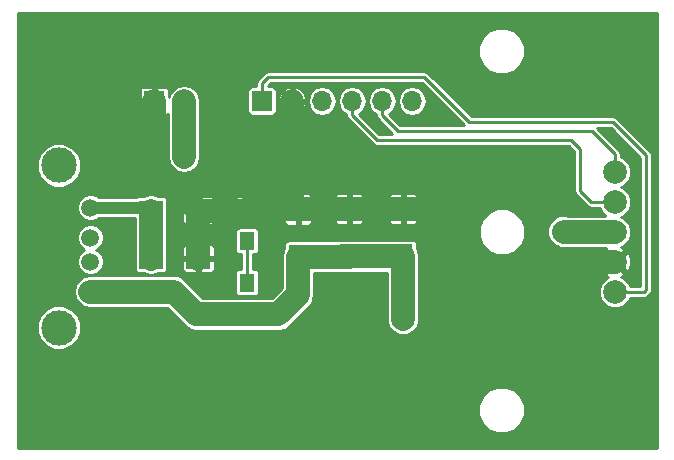
<source format=gtl>
G04 #@! TF.FileFunction,Copper,L1,Top,Signal*
%FSLAX46Y46*%
G04 Gerber Fmt 4.6, Leading zero omitted, Abs format (unit mm)*
G04 Created by KiCad (PCBNEW 4.0.6+dfsg1-1) date Wed May  9 14:27:07 2018*
%MOMM*%
%LPD*%
G01*
G04 APERTURE LIST*
%ADD10C,0.100000*%
%ADD11R,1.600000X2.000000*%
%ADD12R,1.300000X1.500000*%
%ADD13C,1.500000*%
%ADD14C,3.000000*%
%ADD15R,2.000000X1.700000*%
%ADD16C,1.400000*%
%ADD17R,1.700000X1.700000*%
%ADD18O,1.700000X1.700000*%
%ADD19C,2.000000*%
%ADD20C,2.000000*%
%ADD21C,0.250000*%
%ADD22C,1.000000*%
%ADD23C,0.254000*%
G04 APERTURE END LIST*
D10*
D11*
X148844000Y-107220000D03*
X148844000Y-111220000D03*
X153162000Y-107188000D03*
X153162000Y-111188000D03*
X157734000Y-107188000D03*
X157734000Y-111188000D03*
D12*
X144526000Y-109888000D03*
X144526000Y-107188000D03*
D13*
X131257500Y-114171000D03*
X131257500Y-111631000D03*
X131257500Y-109601000D03*
X131257500Y-107061000D03*
D14*
X128587500Y-117221000D03*
X128587500Y-103501000D03*
D15*
X140398000Y-107315000D03*
X136398000Y-107315000D03*
X140398000Y-111379000D03*
X136398000Y-111379000D03*
D12*
X144526000Y-113411000D03*
X144526000Y-116111000D03*
D16*
X136652000Y-102743000D03*
X139192000Y-102743000D03*
D17*
X136652000Y-98044000D03*
D18*
X139192000Y-98044000D03*
D17*
X145796000Y-98044000D03*
D18*
X148336000Y-98044000D03*
X150876000Y-98044000D03*
X153416000Y-98044000D03*
X155956000Y-98044000D03*
X158496000Y-98044000D03*
D19*
X175666400Y-114198400D03*
X175666400Y-111658400D03*
X175666400Y-109118400D03*
X175666400Y-106578400D03*
X175666400Y-104038400D03*
X157734000Y-116459000D03*
X138303000Y-114173000D03*
X139192000Y-100203000D03*
X139192000Y-100203000D03*
X171323000Y-109093000D03*
D20*
X157734000Y-107188000D02*
X153162000Y-107188000D01*
X160909000Y-107188000D02*
X157734000Y-107188000D01*
X160909000Y-110998000D02*
X160909000Y-107188000D01*
X163957000Y-114046000D02*
X160909000Y-110998000D01*
X168910000Y-114046000D02*
X163957000Y-114046000D01*
X171297600Y-111658400D02*
X168910000Y-114046000D01*
X175666400Y-111658400D02*
X171297600Y-111658400D01*
X148844000Y-107220000D02*
X153130000Y-107220000D01*
X153130000Y-107220000D02*
X153162000Y-107188000D01*
X148336000Y-98044000D02*
X148336000Y-106712000D01*
X148336000Y-106712000D02*
X148844000Y-107220000D01*
X144526000Y-107188000D02*
X148812000Y-107188000D01*
X148812000Y-107188000D02*
X148844000Y-107220000D01*
X140398000Y-107315000D02*
X144399000Y-107315000D01*
X144399000Y-107315000D02*
X144526000Y-107188000D01*
X140398000Y-107315000D02*
X136652000Y-103569000D01*
X136652000Y-103569000D02*
X136652000Y-102743000D01*
X136652000Y-98044000D02*
X136652000Y-102743000D01*
X140398000Y-107315000D02*
X140398000Y-111379000D01*
X157734000Y-111188000D02*
X157734000Y-116459000D01*
X153162000Y-111188000D02*
X157734000Y-111188000D01*
X148844000Y-111220000D02*
X153130000Y-111220000D01*
X153130000Y-111220000D02*
X153162000Y-111188000D01*
X144526000Y-116111000D02*
X147176000Y-116111000D01*
X147176000Y-116111000D02*
X148844000Y-114443000D01*
X148844000Y-114443000D02*
X148844000Y-114220000D01*
X148844000Y-114220000D02*
X148844000Y-111220000D01*
X144526000Y-116111000D02*
X140241000Y-116111000D01*
X140241000Y-116111000D02*
X138303000Y-114173000D01*
X131257500Y-114171000D02*
X138301000Y-114171000D01*
X138301000Y-114171000D02*
X138303000Y-114173000D01*
X139192000Y-102743000D02*
X139192000Y-100203000D01*
X139192000Y-98044000D02*
X139192000Y-100203000D01*
X175666400Y-109118400D02*
X171348400Y-109118400D01*
X171348400Y-109118400D02*
X171323000Y-109093000D01*
D21*
X144526000Y-109888000D02*
X144526000Y-113411000D01*
D22*
X131257500Y-107061000D02*
X136144000Y-107061000D01*
X136144000Y-107061000D02*
X136398000Y-107315000D01*
D20*
X136398000Y-107315000D02*
X136398000Y-111379000D01*
D21*
X178308000Y-114046000D02*
X178155600Y-114198400D01*
X178155600Y-114198400D02*
X175666400Y-114198400D01*
X178308000Y-102616000D02*
X178308000Y-114046000D01*
X175514000Y-99822000D02*
X178308000Y-102616000D01*
X163322000Y-99822000D02*
X175514000Y-99822000D01*
X159512000Y-96012000D02*
X163322000Y-99822000D01*
X146304000Y-96012000D02*
X159512000Y-96012000D01*
X145796000Y-96520000D02*
X146304000Y-96012000D01*
X145796000Y-98044000D02*
X145796000Y-96520000D01*
X153416000Y-98044000D02*
X153416000Y-99246081D01*
X171958000Y-101346000D02*
X172720000Y-102108000D01*
X153416000Y-99246081D02*
X155515919Y-101346000D01*
X155515919Y-101346000D02*
X171958000Y-101346000D01*
X172720000Y-102108000D02*
X172720000Y-105664000D01*
X172720000Y-105664000D02*
X173634400Y-106578400D01*
X173634400Y-106578400D02*
X175666400Y-106578400D01*
X155956000Y-98044000D02*
X155956000Y-99246081D01*
X155956000Y-99246081D02*
X157293919Y-100584000D01*
X157293919Y-100584000D02*
X173736000Y-100584000D01*
X173736000Y-100584000D02*
X175666400Y-102514400D01*
X175666400Y-102514400D02*
X175666400Y-104038400D01*
D23*
G36*
X179197000Y-127381000D02*
X125095000Y-127381000D01*
X125095000Y-124592316D01*
X164083857Y-124592316D01*
X164384811Y-125320680D01*
X164941589Y-125878431D01*
X165669426Y-126180655D01*
X166457516Y-126181343D01*
X167185880Y-125880389D01*
X167743631Y-125323611D01*
X168045855Y-124595774D01*
X168046543Y-123807684D01*
X167745589Y-123079320D01*
X167188811Y-122521569D01*
X166460974Y-122219345D01*
X165672884Y-122218657D01*
X164944520Y-122519611D01*
X164386769Y-123076389D01*
X164084545Y-123804226D01*
X164083857Y-124592316D01*
X125095000Y-124592316D01*
X125095000Y-117593513D01*
X126706174Y-117593513D01*
X126991936Y-118285109D01*
X127520608Y-118814704D01*
X128211704Y-119101673D01*
X128960013Y-119102326D01*
X129651609Y-118816564D01*
X130181204Y-118287892D01*
X130468173Y-117596796D01*
X130468826Y-116848487D01*
X130183064Y-116156891D01*
X129654392Y-115627296D01*
X128963296Y-115340327D01*
X128214987Y-115339674D01*
X127523391Y-115625436D01*
X126993796Y-116154108D01*
X126706827Y-116845204D01*
X126706174Y-117593513D01*
X125095000Y-117593513D01*
X125095000Y-114171000D01*
X129876500Y-114171000D01*
X129981622Y-114699486D01*
X130280986Y-115147514D01*
X130729014Y-115446878D01*
X131257500Y-115552000D01*
X137728972Y-115552000D01*
X139264486Y-117087515D01*
X139506860Y-117249464D01*
X139712514Y-117386878D01*
X140241000Y-117492000D01*
X147176000Y-117492000D01*
X147704486Y-117386878D01*
X148152514Y-117087514D01*
X149820514Y-115419515D01*
X150119878Y-114971486D01*
X150147002Y-114835122D01*
X150225000Y-114443000D01*
X150225000Y-112601000D01*
X153130000Y-112601000D01*
X153253351Y-112576464D01*
X153962000Y-112576464D01*
X154001667Y-112569000D01*
X156353000Y-112569000D01*
X156353000Y-116458940D01*
X156352761Y-116732493D01*
X156562563Y-117240251D01*
X156950705Y-117629072D01*
X157205513Y-117734877D01*
X157205514Y-117734878D01*
X157205516Y-117734878D01*
X157458097Y-117839759D01*
X158007493Y-117840239D01*
X158262485Y-117734878D01*
X158262486Y-117734878D01*
X158262487Y-117734877D01*
X158515251Y-117630437D01*
X158904072Y-117242295D01*
X159114759Y-116734903D01*
X159115239Y-116185507D01*
X159115000Y-116184929D01*
X159115000Y-111454526D01*
X174273183Y-111454526D01*
X174301216Y-112003206D01*
X174457254Y-112379915D01*
X174652658Y-112492537D01*
X175486795Y-111658400D01*
X175846005Y-111658400D01*
X176680142Y-112492537D01*
X176875546Y-112379915D01*
X177059617Y-111862274D01*
X177031584Y-111313594D01*
X176875546Y-110936885D01*
X176680142Y-110824263D01*
X175846005Y-111658400D01*
X175486795Y-111658400D01*
X174652658Y-110824263D01*
X174457254Y-110936885D01*
X174273183Y-111454526D01*
X159115000Y-111454526D01*
X159115000Y-111188000D01*
X159009878Y-110659514D01*
X158922464Y-110528690D01*
X158922464Y-110188000D01*
X158895897Y-110046810D01*
X158812454Y-109917135D01*
X158685134Y-109830141D01*
X158534000Y-109799536D01*
X156934000Y-109799536D01*
X156894333Y-109807000D01*
X153998859Y-109807000D01*
X153962000Y-109799536D01*
X152362000Y-109799536D01*
X152220810Y-109826103D01*
X152200767Y-109839000D01*
X149680859Y-109839000D01*
X149644000Y-109831536D01*
X148044000Y-109831536D01*
X147902810Y-109858103D01*
X147773135Y-109941546D01*
X147686141Y-110068866D01*
X147655536Y-110220000D01*
X147655536Y-110560690D01*
X147568122Y-110691514D01*
X147463000Y-111220000D01*
X147463000Y-113870971D01*
X146603972Y-114730000D01*
X140813029Y-114730000D01*
X139280080Y-113197052D01*
X139086295Y-113002928D01*
X138834111Y-112898212D01*
X138829486Y-112895122D01*
X138824078Y-112894046D01*
X138578903Y-112792241D01*
X138311090Y-112792007D01*
X138301000Y-112790000D01*
X131257500Y-112790000D01*
X130729014Y-112895122D01*
X130280986Y-113194486D01*
X129981622Y-113642514D01*
X129876500Y-114171000D01*
X125095000Y-114171000D01*
X125095000Y-109824983D01*
X130126304Y-109824983D01*
X130298125Y-110240823D01*
X130616003Y-110559256D01*
X130752479Y-110615926D01*
X130617677Y-110671625D01*
X130299244Y-110989503D01*
X130126696Y-111405043D01*
X130126304Y-111854983D01*
X130298125Y-112270823D01*
X130616003Y-112589256D01*
X131031543Y-112761804D01*
X131481483Y-112762196D01*
X131897323Y-112590375D01*
X132215756Y-112272497D01*
X132388304Y-111856957D01*
X132388696Y-111407017D01*
X132216875Y-110991177D01*
X131898997Y-110672744D01*
X131762521Y-110616074D01*
X131897323Y-110560375D01*
X132215756Y-110242497D01*
X132388304Y-109826957D01*
X132388696Y-109377017D01*
X132216875Y-108961177D01*
X131898997Y-108642744D01*
X131483457Y-108470196D01*
X131033517Y-108469804D01*
X130617677Y-108641625D01*
X130299244Y-108959503D01*
X130126696Y-109375043D01*
X130126304Y-109824983D01*
X125095000Y-109824983D01*
X125095000Y-107284983D01*
X130126304Y-107284983D01*
X130298125Y-107700823D01*
X130616003Y-108019256D01*
X131031543Y-108191804D01*
X131481483Y-108192196D01*
X131897323Y-108020375D01*
X131975835Y-107942000D01*
X135009536Y-107942000D01*
X135009536Y-108165000D01*
X135017000Y-108204667D01*
X135017000Y-110492141D01*
X135009536Y-110529000D01*
X135009536Y-112229000D01*
X135036103Y-112370190D01*
X135119546Y-112499865D01*
X135246866Y-112586859D01*
X135398000Y-112617464D01*
X135813520Y-112617464D01*
X135869514Y-112654878D01*
X136398000Y-112760000D01*
X136926486Y-112654878D01*
X136982480Y-112617464D01*
X137398000Y-112617464D01*
X137539190Y-112590897D01*
X137668865Y-112507454D01*
X137755859Y-112380134D01*
X137786464Y-112229000D01*
X137786464Y-111601250D01*
X139017000Y-111601250D01*
X139017000Y-112304785D01*
X139075004Y-112444819D01*
X139182180Y-112551996D01*
X139322214Y-112610000D01*
X140175750Y-112610000D01*
X140271000Y-112514750D01*
X140271000Y-111506000D01*
X140525000Y-111506000D01*
X140525000Y-112514750D01*
X140620250Y-112610000D01*
X141473786Y-112610000D01*
X141613820Y-112551996D01*
X141720996Y-112444819D01*
X141779000Y-112304785D01*
X141779000Y-111601250D01*
X141683750Y-111506000D01*
X140525000Y-111506000D01*
X140271000Y-111506000D01*
X139112250Y-111506000D01*
X139017000Y-111601250D01*
X137786464Y-111601250D01*
X137786464Y-110529000D01*
X137779000Y-110489333D01*
X137779000Y-110453215D01*
X139017000Y-110453215D01*
X139017000Y-111156750D01*
X139112250Y-111252000D01*
X140271000Y-111252000D01*
X140271000Y-110243250D01*
X140525000Y-110243250D01*
X140525000Y-111252000D01*
X141683750Y-111252000D01*
X141779000Y-111156750D01*
X141779000Y-110453215D01*
X141720996Y-110313181D01*
X141613820Y-110206004D01*
X141473786Y-110148000D01*
X140620250Y-110148000D01*
X140525000Y-110243250D01*
X140271000Y-110243250D01*
X140175750Y-110148000D01*
X139322214Y-110148000D01*
X139182180Y-110206004D01*
X139075004Y-110313181D01*
X139017000Y-110453215D01*
X137779000Y-110453215D01*
X137779000Y-109138000D01*
X143487536Y-109138000D01*
X143487536Y-110638000D01*
X143514103Y-110779190D01*
X143597546Y-110908865D01*
X143724866Y-110995859D01*
X143876000Y-111026464D01*
X144020000Y-111026464D01*
X144020000Y-112272536D01*
X143876000Y-112272536D01*
X143734810Y-112299103D01*
X143605135Y-112382546D01*
X143518141Y-112509866D01*
X143487536Y-112661000D01*
X143487536Y-114161000D01*
X143514103Y-114302190D01*
X143597546Y-114431865D01*
X143724866Y-114518859D01*
X143876000Y-114549464D01*
X145176000Y-114549464D01*
X145317190Y-114522897D01*
X145446865Y-114439454D01*
X145533859Y-114312134D01*
X145564464Y-114161000D01*
X145564464Y-112661000D01*
X145537897Y-112519810D01*
X145454454Y-112390135D01*
X145327134Y-112303141D01*
X145176000Y-112272536D01*
X145032000Y-112272536D01*
X145032000Y-111026464D01*
X145176000Y-111026464D01*
X145317190Y-110999897D01*
X145446865Y-110916454D01*
X145533859Y-110789134D01*
X145564464Y-110638000D01*
X145564464Y-109510716D01*
X164134657Y-109510716D01*
X164435611Y-110239080D01*
X164992389Y-110796831D01*
X165720226Y-111099055D01*
X166508316Y-111099743D01*
X167236680Y-110798789D01*
X167794431Y-110242011D01*
X168096655Y-109514174D01*
X168097343Y-108726084D01*
X167796389Y-107997720D01*
X167239611Y-107439969D01*
X166511774Y-107137745D01*
X165723684Y-107137057D01*
X164995320Y-107438011D01*
X164437569Y-107994789D01*
X164135345Y-108722626D01*
X164134657Y-109510716D01*
X145564464Y-109510716D01*
X145564464Y-109138000D01*
X145537897Y-108996810D01*
X145454454Y-108867135D01*
X145327134Y-108780141D01*
X145176000Y-108749536D01*
X143876000Y-108749536D01*
X143734810Y-108776103D01*
X143605135Y-108859546D01*
X143518141Y-108986866D01*
X143487536Y-109138000D01*
X137779000Y-109138000D01*
X137779000Y-108201859D01*
X137786464Y-108165000D01*
X137786464Y-107537250D01*
X139017000Y-107537250D01*
X139017000Y-108240785D01*
X139075004Y-108380819D01*
X139182180Y-108487996D01*
X139322214Y-108546000D01*
X140175750Y-108546000D01*
X140271000Y-108450750D01*
X140271000Y-107442000D01*
X140525000Y-107442000D01*
X140525000Y-108450750D01*
X140620250Y-108546000D01*
X141473786Y-108546000D01*
X141613820Y-108487996D01*
X141720996Y-108380819D01*
X141779000Y-108240785D01*
X141779000Y-107537250D01*
X141683750Y-107442000D01*
X140525000Y-107442000D01*
X140271000Y-107442000D01*
X139112250Y-107442000D01*
X139017000Y-107537250D01*
X137786464Y-107537250D01*
X137786464Y-107410250D01*
X143495000Y-107410250D01*
X143495000Y-108013786D01*
X143553004Y-108153820D01*
X143660181Y-108260996D01*
X143800215Y-108319000D01*
X144303750Y-108319000D01*
X144399000Y-108223750D01*
X144399000Y-107315000D01*
X144653000Y-107315000D01*
X144653000Y-108223750D01*
X144748250Y-108319000D01*
X145251785Y-108319000D01*
X145391819Y-108260996D01*
X145498996Y-108153820D01*
X145557000Y-108013786D01*
X145557000Y-107442250D01*
X147663000Y-107442250D01*
X147663000Y-108295786D01*
X147721004Y-108435820D01*
X147828181Y-108542996D01*
X147968215Y-108601000D01*
X148621750Y-108601000D01*
X148717000Y-108505750D01*
X148717000Y-107347000D01*
X148971000Y-107347000D01*
X148971000Y-108505750D01*
X149066250Y-108601000D01*
X149719785Y-108601000D01*
X149859819Y-108542996D01*
X149966996Y-108435820D01*
X150025000Y-108295786D01*
X150025000Y-107442250D01*
X149993000Y-107410250D01*
X151981000Y-107410250D01*
X151981000Y-108263786D01*
X152039004Y-108403820D01*
X152146181Y-108510996D01*
X152286215Y-108569000D01*
X152939750Y-108569000D01*
X153035000Y-108473750D01*
X153035000Y-107315000D01*
X153289000Y-107315000D01*
X153289000Y-108473750D01*
X153384250Y-108569000D01*
X154037785Y-108569000D01*
X154177819Y-108510996D01*
X154284996Y-108403820D01*
X154343000Y-108263786D01*
X154343000Y-107410250D01*
X156553000Y-107410250D01*
X156553000Y-108263786D01*
X156611004Y-108403820D01*
X156718181Y-108510996D01*
X156858215Y-108569000D01*
X157511750Y-108569000D01*
X157607000Y-108473750D01*
X157607000Y-107315000D01*
X157861000Y-107315000D01*
X157861000Y-108473750D01*
X157956250Y-108569000D01*
X158609785Y-108569000D01*
X158749819Y-108510996D01*
X158856996Y-108403820D01*
X158915000Y-108263786D01*
X158915000Y-107410250D01*
X158819750Y-107315000D01*
X157861000Y-107315000D01*
X157607000Y-107315000D01*
X156648250Y-107315000D01*
X156553000Y-107410250D01*
X154343000Y-107410250D01*
X154247750Y-107315000D01*
X153289000Y-107315000D01*
X153035000Y-107315000D01*
X152076250Y-107315000D01*
X151981000Y-107410250D01*
X149993000Y-107410250D01*
X149929750Y-107347000D01*
X148971000Y-107347000D01*
X148717000Y-107347000D01*
X147758250Y-107347000D01*
X147663000Y-107442250D01*
X145557000Y-107442250D01*
X145557000Y-107410250D01*
X145461750Y-107315000D01*
X144653000Y-107315000D01*
X144399000Y-107315000D01*
X143590250Y-107315000D01*
X143495000Y-107410250D01*
X137786464Y-107410250D01*
X137786464Y-106465000D01*
X137772204Y-106389215D01*
X139017000Y-106389215D01*
X139017000Y-107092750D01*
X139112250Y-107188000D01*
X140271000Y-107188000D01*
X140271000Y-106179250D01*
X140525000Y-106179250D01*
X140525000Y-107188000D01*
X141683750Y-107188000D01*
X141779000Y-107092750D01*
X141779000Y-106389215D01*
X141767816Y-106362214D01*
X143495000Y-106362214D01*
X143495000Y-106965750D01*
X143590250Y-107061000D01*
X144399000Y-107061000D01*
X144399000Y-106152250D01*
X144653000Y-106152250D01*
X144653000Y-107061000D01*
X145461750Y-107061000D01*
X145557000Y-106965750D01*
X145557000Y-106362214D01*
X145498996Y-106222180D01*
X145421030Y-106144214D01*
X147663000Y-106144214D01*
X147663000Y-106997750D01*
X147758250Y-107093000D01*
X148717000Y-107093000D01*
X148717000Y-105934250D01*
X148971000Y-105934250D01*
X148971000Y-107093000D01*
X149929750Y-107093000D01*
X150025000Y-106997750D01*
X150025000Y-106144214D01*
X150011746Y-106112214D01*
X151981000Y-106112214D01*
X151981000Y-106965750D01*
X152076250Y-107061000D01*
X153035000Y-107061000D01*
X153035000Y-105902250D01*
X153289000Y-105902250D01*
X153289000Y-107061000D01*
X154247750Y-107061000D01*
X154343000Y-106965750D01*
X154343000Y-106112214D01*
X156553000Y-106112214D01*
X156553000Y-106965750D01*
X156648250Y-107061000D01*
X157607000Y-107061000D01*
X157607000Y-105902250D01*
X157861000Y-105902250D01*
X157861000Y-107061000D01*
X158819750Y-107061000D01*
X158915000Y-106965750D01*
X158915000Y-106112214D01*
X158856996Y-105972180D01*
X158749819Y-105865004D01*
X158609785Y-105807000D01*
X157956250Y-105807000D01*
X157861000Y-105902250D01*
X157607000Y-105902250D01*
X157511750Y-105807000D01*
X156858215Y-105807000D01*
X156718181Y-105865004D01*
X156611004Y-105972180D01*
X156553000Y-106112214D01*
X154343000Y-106112214D01*
X154284996Y-105972180D01*
X154177819Y-105865004D01*
X154037785Y-105807000D01*
X153384250Y-105807000D01*
X153289000Y-105902250D01*
X153035000Y-105902250D01*
X152939750Y-105807000D01*
X152286215Y-105807000D01*
X152146181Y-105865004D01*
X152039004Y-105972180D01*
X151981000Y-106112214D01*
X150011746Y-106112214D01*
X149966996Y-106004180D01*
X149859819Y-105897004D01*
X149719785Y-105839000D01*
X149066250Y-105839000D01*
X148971000Y-105934250D01*
X148717000Y-105934250D01*
X148621750Y-105839000D01*
X147968215Y-105839000D01*
X147828181Y-105897004D01*
X147721004Y-106004180D01*
X147663000Y-106144214D01*
X145421030Y-106144214D01*
X145391819Y-106115004D01*
X145251785Y-106057000D01*
X144748250Y-106057000D01*
X144653000Y-106152250D01*
X144399000Y-106152250D01*
X144303750Y-106057000D01*
X143800215Y-106057000D01*
X143660181Y-106115004D01*
X143553004Y-106222180D01*
X143495000Y-106362214D01*
X141767816Y-106362214D01*
X141720996Y-106249181D01*
X141613820Y-106142004D01*
X141473786Y-106084000D01*
X140620250Y-106084000D01*
X140525000Y-106179250D01*
X140271000Y-106179250D01*
X140175750Y-106084000D01*
X139322214Y-106084000D01*
X139182180Y-106142004D01*
X139075004Y-106249181D01*
X139017000Y-106389215D01*
X137772204Y-106389215D01*
X137759897Y-106323810D01*
X137676454Y-106194135D01*
X137549134Y-106107141D01*
X137398000Y-106076536D01*
X136982480Y-106076536D01*
X136926486Y-106039122D01*
X136398000Y-105934000D01*
X135869514Y-106039122D01*
X135813520Y-106076536D01*
X135398000Y-106076536D01*
X135256810Y-106103103D01*
X135137308Y-106180000D01*
X131976118Y-106180000D01*
X131898997Y-106102744D01*
X131483457Y-105930196D01*
X131033517Y-105929804D01*
X130617677Y-106101625D01*
X130299244Y-106419503D01*
X130126696Y-106835043D01*
X130126304Y-107284983D01*
X125095000Y-107284983D01*
X125095000Y-103873513D01*
X126706174Y-103873513D01*
X126991936Y-104565109D01*
X127520608Y-105094704D01*
X128211704Y-105381673D01*
X128960013Y-105382326D01*
X129651609Y-105096564D01*
X130181204Y-104567892D01*
X130468173Y-103876796D01*
X130468467Y-103539122D01*
X136035483Y-103539122D01*
X136111216Y-103703391D01*
X136519907Y-103837235D01*
X136948707Y-103804491D01*
X137192784Y-103703391D01*
X137268517Y-103539122D01*
X136652000Y-102922605D01*
X136035483Y-103539122D01*
X130468467Y-103539122D01*
X130468826Y-103128487D01*
X130254967Y-102610907D01*
X135557765Y-102610907D01*
X135590509Y-103039707D01*
X135691609Y-103283784D01*
X135855878Y-103359517D01*
X136472395Y-102743000D01*
X136831605Y-102743000D01*
X137448122Y-103359517D01*
X137612391Y-103283784D01*
X137746235Y-102875093D01*
X137713491Y-102446293D01*
X137612391Y-102202216D01*
X137448122Y-102126483D01*
X136831605Y-102743000D01*
X136472395Y-102743000D01*
X135855878Y-102126483D01*
X135691609Y-102202216D01*
X135557765Y-102610907D01*
X130254967Y-102610907D01*
X130183064Y-102436891D01*
X129693906Y-101946878D01*
X136035483Y-101946878D01*
X136652000Y-102563395D01*
X137268517Y-101946878D01*
X137192784Y-101782609D01*
X136784093Y-101648765D01*
X136355293Y-101681509D01*
X136111216Y-101782609D01*
X136035483Y-101946878D01*
X129693906Y-101946878D01*
X129654392Y-101907296D01*
X128963296Y-101620327D01*
X128214987Y-101619674D01*
X127523391Y-101905436D01*
X126993796Y-102434108D01*
X126706827Y-103125204D01*
X126706174Y-103873513D01*
X125095000Y-103873513D01*
X125095000Y-98266250D01*
X135421000Y-98266250D01*
X135421000Y-98969786D01*
X135479004Y-99109820D01*
X135586181Y-99216996D01*
X135726215Y-99275000D01*
X136429750Y-99275000D01*
X136525000Y-99179750D01*
X136525000Y-98171000D01*
X135516250Y-98171000D01*
X135421000Y-98266250D01*
X125095000Y-98266250D01*
X125095000Y-97118214D01*
X135421000Y-97118214D01*
X135421000Y-97821750D01*
X135516250Y-97917000D01*
X136525000Y-97917000D01*
X136525000Y-96908250D01*
X136779000Y-96908250D01*
X136779000Y-97917000D01*
X136799000Y-97917000D01*
X136799000Y-98171000D01*
X136779000Y-98171000D01*
X136779000Y-99179750D01*
X136874250Y-99275000D01*
X137577785Y-99275000D01*
X137717819Y-99216996D01*
X137811000Y-99123816D01*
X137811000Y-100202940D01*
X137810761Y-100476493D01*
X137811000Y-100477071D01*
X137811000Y-102743000D01*
X137916122Y-103271486D01*
X138215486Y-103719514D01*
X138663514Y-104018878D01*
X139192000Y-104124000D01*
X139720486Y-104018878D01*
X140168514Y-103719514D01*
X140467878Y-103271486D01*
X140573000Y-102743000D01*
X140573000Y-100203000D01*
X140573239Y-99929507D01*
X140573000Y-99928929D01*
X140573000Y-98044000D01*
X140467878Y-97515514D01*
X140253049Y-97194000D01*
X144557536Y-97194000D01*
X144557536Y-98894000D01*
X144584103Y-99035190D01*
X144667546Y-99164865D01*
X144794866Y-99251859D01*
X144946000Y-99282464D01*
X146646000Y-99282464D01*
X146787190Y-99255897D01*
X146916865Y-99172454D01*
X147003859Y-99045134D01*
X147034464Y-98894000D01*
X147034464Y-98360982D01*
X147146499Y-98360982D01*
X147358348Y-98792056D01*
X147719036Y-99109245D01*
X148019020Y-99233489D01*
X148209000Y-99172627D01*
X148209000Y-98171000D01*
X148463000Y-98171000D01*
X148463000Y-99172627D01*
X148652980Y-99233489D01*
X148952964Y-99109245D01*
X149313652Y-98792056D01*
X149525501Y-98360982D01*
X149465193Y-98171000D01*
X148463000Y-98171000D01*
X148209000Y-98171000D01*
X147206807Y-98171000D01*
X147146499Y-98360982D01*
X147034464Y-98360982D01*
X147034464Y-98019883D01*
X149645000Y-98019883D01*
X149645000Y-98068117D01*
X149738704Y-98539200D01*
X150005552Y-98938565D01*
X150404917Y-99205413D01*
X150876000Y-99299117D01*
X151347083Y-99205413D01*
X151746448Y-98938565D01*
X152013296Y-98539200D01*
X152107000Y-98068117D01*
X152107000Y-98019883D01*
X152013296Y-97548800D01*
X151746448Y-97149435D01*
X151347083Y-96882587D01*
X150876000Y-96788883D01*
X150404917Y-96882587D01*
X150005552Y-97149435D01*
X149738704Y-97548800D01*
X149645000Y-98019883D01*
X147034464Y-98019883D01*
X147034464Y-97727018D01*
X147146499Y-97727018D01*
X147206807Y-97917000D01*
X148209000Y-97917000D01*
X148209000Y-96915373D01*
X148463000Y-96915373D01*
X148463000Y-97917000D01*
X149465193Y-97917000D01*
X149525501Y-97727018D01*
X149313652Y-97295944D01*
X148952964Y-96978755D01*
X148652980Y-96854511D01*
X148463000Y-96915373D01*
X148209000Y-96915373D01*
X148019020Y-96854511D01*
X147719036Y-96978755D01*
X147358348Y-97295944D01*
X147146499Y-97727018D01*
X147034464Y-97727018D01*
X147034464Y-97194000D01*
X147007897Y-97052810D01*
X146924454Y-96923135D01*
X146797134Y-96836141D01*
X146646000Y-96805536D01*
X146302000Y-96805536D01*
X146302000Y-96729592D01*
X146513592Y-96518000D01*
X159302408Y-96518000D01*
X162862408Y-100078000D01*
X157503511Y-100078000D01*
X156549277Y-99123766D01*
X156826448Y-98938565D01*
X157093296Y-98539200D01*
X157187000Y-98068117D01*
X157187000Y-98019883D01*
X157265000Y-98019883D01*
X157265000Y-98068117D01*
X157358704Y-98539200D01*
X157625552Y-98938565D01*
X158024917Y-99205413D01*
X158496000Y-99299117D01*
X158967083Y-99205413D01*
X159366448Y-98938565D01*
X159633296Y-98539200D01*
X159727000Y-98068117D01*
X159727000Y-98019883D01*
X159633296Y-97548800D01*
X159366448Y-97149435D01*
X158967083Y-96882587D01*
X158496000Y-96788883D01*
X158024917Y-96882587D01*
X157625552Y-97149435D01*
X157358704Y-97548800D01*
X157265000Y-98019883D01*
X157187000Y-98019883D01*
X157093296Y-97548800D01*
X156826448Y-97149435D01*
X156427083Y-96882587D01*
X155956000Y-96788883D01*
X155484917Y-96882587D01*
X155085552Y-97149435D01*
X154818704Y-97548800D01*
X154725000Y-98019883D01*
X154725000Y-98068117D01*
X154818704Y-98539200D01*
X155085552Y-98938565D01*
X155450000Y-99182082D01*
X155450000Y-99246081D01*
X155488517Y-99439719D01*
X155598204Y-99603877D01*
X156834327Y-100840000D01*
X155725511Y-100840000D01*
X154009277Y-99123766D01*
X154286448Y-98938565D01*
X154553296Y-98539200D01*
X154647000Y-98068117D01*
X154647000Y-98019883D01*
X154553296Y-97548800D01*
X154286448Y-97149435D01*
X153887083Y-96882587D01*
X153416000Y-96788883D01*
X152944917Y-96882587D01*
X152545552Y-97149435D01*
X152278704Y-97548800D01*
X152185000Y-98019883D01*
X152185000Y-98068117D01*
X152278704Y-98539200D01*
X152545552Y-98938565D01*
X152910000Y-99182082D01*
X152910000Y-99246081D01*
X152948517Y-99439719D01*
X153058204Y-99603877D01*
X155158123Y-101703796D01*
X155322281Y-101813483D01*
X155515919Y-101852000D01*
X171748408Y-101852000D01*
X172214000Y-102317592D01*
X172214000Y-105664000D01*
X172252517Y-105857638D01*
X172362204Y-106021796D01*
X173276604Y-106936196D01*
X173440762Y-107045883D01*
X173634400Y-107084400D01*
X174381231Y-107084400D01*
X174494963Y-107359651D01*
X174872052Y-107737400D01*
X171659493Y-107737400D01*
X171598903Y-107712241D01*
X171049507Y-107711761D01*
X170794515Y-107817122D01*
X170794514Y-107817122D01*
X170794513Y-107817123D01*
X170541749Y-107921563D01*
X170152928Y-108309705D01*
X169942241Y-108817097D01*
X169941761Y-109366493D01*
X170151563Y-109874251D01*
X170539705Y-110263072D01*
X170761193Y-110355041D01*
X170819914Y-110394278D01*
X170888577Y-110407936D01*
X171047097Y-110473759D01*
X171220254Y-110473910D01*
X171348400Y-110499400D01*
X174915983Y-110499400D01*
X174832263Y-110644658D01*
X175666400Y-111478795D01*
X176500537Y-110644658D01*
X176387915Y-110449254D01*
X176212659Y-110386934D01*
X176447651Y-110289837D01*
X176836472Y-109901695D01*
X177047159Y-109394303D01*
X177047639Y-108844907D01*
X176837837Y-108337149D01*
X176449695Y-107948328D01*
X176209076Y-107848415D01*
X176447651Y-107749837D01*
X176836472Y-107361695D01*
X177047159Y-106854303D01*
X177047639Y-106304907D01*
X176837837Y-105797149D01*
X176449695Y-105408328D01*
X176209076Y-105308415D01*
X176447651Y-105209837D01*
X176836472Y-104821695D01*
X177047159Y-104314303D01*
X177047639Y-103764907D01*
X176837837Y-103257149D01*
X176449695Y-102868328D01*
X176172400Y-102753185D01*
X176172400Y-102514400D01*
X176133883Y-102320762D01*
X176024196Y-102156604D01*
X174195592Y-100328000D01*
X175304408Y-100328000D01*
X177802000Y-102825592D01*
X177802000Y-113692400D01*
X176951569Y-113692400D01*
X176837837Y-113417149D01*
X176449695Y-113028328D01*
X176225001Y-112935027D01*
X176387915Y-112867546D01*
X176500537Y-112672142D01*
X175666400Y-111838005D01*
X174832263Y-112672142D01*
X174944885Y-112867546D01*
X175120141Y-112929866D01*
X174885149Y-113026963D01*
X174496328Y-113415105D01*
X174285641Y-113922497D01*
X174285161Y-114471893D01*
X174494963Y-114979651D01*
X174883105Y-115368472D01*
X175390497Y-115579159D01*
X175939893Y-115579639D01*
X176447651Y-115369837D01*
X176836472Y-114981695D01*
X176951615Y-114704400D01*
X178155600Y-114704400D01*
X178349238Y-114665883D01*
X178513396Y-114556196D01*
X178665796Y-114403796D01*
X178775483Y-114239638D01*
X178814000Y-114046000D01*
X178814000Y-102616000D01*
X178775483Y-102422362D01*
X178665796Y-102258204D01*
X175871796Y-99464204D01*
X175707638Y-99354517D01*
X175514000Y-99316000D01*
X163531592Y-99316000D01*
X159869796Y-95654204D01*
X159705638Y-95544517D01*
X159512000Y-95506000D01*
X146304000Y-95506000D01*
X146110362Y-95544517D01*
X145946204Y-95654204D01*
X145438204Y-96162204D01*
X145328517Y-96326362D01*
X145290000Y-96520000D01*
X145290000Y-96805536D01*
X144946000Y-96805536D01*
X144804810Y-96832103D01*
X144675135Y-96915546D01*
X144588141Y-97042866D01*
X144557536Y-97194000D01*
X140253049Y-97194000D01*
X140168514Y-97067486D01*
X139720486Y-96768122D01*
X139192000Y-96663000D01*
X138663514Y-96768122D01*
X138215486Y-97067486D01*
X137916122Y-97515514D01*
X137883000Y-97682030D01*
X137883000Y-97118214D01*
X137824996Y-96978180D01*
X137717819Y-96871004D01*
X137577785Y-96813000D01*
X136874250Y-96813000D01*
X136779000Y-96908250D01*
X136525000Y-96908250D01*
X136429750Y-96813000D01*
X135726215Y-96813000D01*
X135586181Y-96871004D01*
X135479004Y-96978180D01*
X135421000Y-97118214D01*
X125095000Y-97118214D01*
X125095000Y-94192316D01*
X164083857Y-94192316D01*
X164384811Y-94920680D01*
X164941589Y-95478431D01*
X165669426Y-95780655D01*
X166457516Y-95781343D01*
X167185880Y-95480389D01*
X167743631Y-94923611D01*
X168045855Y-94195774D01*
X168046543Y-93407684D01*
X167745589Y-92679320D01*
X167188811Y-92121569D01*
X166460974Y-91819345D01*
X165672884Y-91818657D01*
X164944520Y-92119611D01*
X164386769Y-92676389D01*
X164084545Y-93404226D01*
X164083857Y-94192316D01*
X125095000Y-94192316D01*
X125095000Y-90551000D01*
X179197000Y-90551000D01*
X179197000Y-127381000D01*
X179197000Y-127381000D01*
G37*
X179197000Y-127381000D02*
X125095000Y-127381000D01*
X125095000Y-124592316D01*
X164083857Y-124592316D01*
X164384811Y-125320680D01*
X164941589Y-125878431D01*
X165669426Y-126180655D01*
X166457516Y-126181343D01*
X167185880Y-125880389D01*
X167743631Y-125323611D01*
X168045855Y-124595774D01*
X168046543Y-123807684D01*
X167745589Y-123079320D01*
X167188811Y-122521569D01*
X166460974Y-122219345D01*
X165672884Y-122218657D01*
X164944520Y-122519611D01*
X164386769Y-123076389D01*
X164084545Y-123804226D01*
X164083857Y-124592316D01*
X125095000Y-124592316D01*
X125095000Y-117593513D01*
X126706174Y-117593513D01*
X126991936Y-118285109D01*
X127520608Y-118814704D01*
X128211704Y-119101673D01*
X128960013Y-119102326D01*
X129651609Y-118816564D01*
X130181204Y-118287892D01*
X130468173Y-117596796D01*
X130468826Y-116848487D01*
X130183064Y-116156891D01*
X129654392Y-115627296D01*
X128963296Y-115340327D01*
X128214987Y-115339674D01*
X127523391Y-115625436D01*
X126993796Y-116154108D01*
X126706827Y-116845204D01*
X126706174Y-117593513D01*
X125095000Y-117593513D01*
X125095000Y-114171000D01*
X129876500Y-114171000D01*
X129981622Y-114699486D01*
X130280986Y-115147514D01*
X130729014Y-115446878D01*
X131257500Y-115552000D01*
X137728972Y-115552000D01*
X139264486Y-117087515D01*
X139506860Y-117249464D01*
X139712514Y-117386878D01*
X140241000Y-117492000D01*
X147176000Y-117492000D01*
X147704486Y-117386878D01*
X148152514Y-117087514D01*
X149820514Y-115419515D01*
X150119878Y-114971486D01*
X150147002Y-114835122D01*
X150225000Y-114443000D01*
X150225000Y-112601000D01*
X153130000Y-112601000D01*
X153253351Y-112576464D01*
X153962000Y-112576464D01*
X154001667Y-112569000D01*
X156353000Y-112569000D01*
X156353000Y-116458940D01*
X156352761Y-116732493D01*
X156562563Y-117240251D01*
X156950705Y-117629072D01*
X157205513Y-117734877D01*
X157205514Y-117734878D01*
X157205516Y-117734878D01*
X157458097Y-117839759D01*
X158007493Y-117840239D01*
X158262485Y-117734878D01*
X158262486Y-117734878D01*
X158262487Y-117734877D01*
X158515251Y-117630437D01*
X158904072Y-117242295D01*
X159114759Y-116734903D01*
X159115239Y-116185507D01*
X159115000Y-116184929D01*
X159115000Y-111454526D01*
X174273183Y-111454526D01*
X174301216Y-112003206D01*
X174457254Y-112379915D01*
X174652658Y-112492537D01*
X175486795Y-111658400D01*
X175846005Y-111658400D01*
X176680142Y-112492537D01*
X176875546Y-112379915D01*
X177059617Y-111862274D01*
X177031584Y-111313594D01*
X176875546Y-110936885D01*
X176680142Y-110824263D01*
X175846005Y-111658400D01*
X175486795Y-111658400D01*
X174652658Y-110824263D01*
X174457254Y-110936885D01*
X174273183Y-111454526D01*
X159115000Y-111454526D01*
X159115000Y-111188000D01*
X159009878Y-110659514D01*
X158922464Y-110528690D01*
X158922464Y-110188000D01*
X158895897Y-110046810D01*
X158812454Y-109917135D01*
X158685134Y-109830141D01*
X158534000Y-109799536D01*
X156934000Y-109799536D01*
X156894333Y-109807000D01*
X153998859Y-109807000D01*
X153962000Y-109799536D01*
X152362000Y-109799536D01*
X152220810Y-109826103D01*
X152200767Y-109839000D01*
X149680859Y-109839000D01*
X149644000Y-109831536D01*
X148044000Y-109831536D01*
X147902810Y-109858103D01*
X147773135Y-109941546D01*
X147686141Y-110068866D01*
X147655536Y-110220000D01*
X147655536Y-110560690D01*
X147568122Y-110691514D01*
X147463000Y-111220000D01*
X147463000Y-113870971D01*
X146603972Y-114730000D01*
X140813029Y-114730000D01*
X139280080Y-113197052D01*
X139086295Y-113002928D01*
X138834111Y-112898212D01*
X138829486Y-112895122D01*
X138824078Y-112894046D01*
X138578903Y-112792241D01*
X138311090Y-112792007D01*
X138301000Y-112790000D01*
X131257500Y-112790000D01*
X130729014Y-112895122D01*
X130280986Y-113194486D01*
X129981622Y-113642514D01*
X129876500Y-114171000D01*
X125095000Y-114171000D01*
X125095000Y-109824983D01*
X130126304Y-109824983D01*
X130298125Y-110240823D01*
X130616003Y-110559256D01*
X130752479Y-110615926D01*
X130617677Y-110671625D01*
X130299244Y-110989503D01*
X130126696Y-111405043D01*
X130126304Y-111854983D01*
X130298125Y-112270823D01*
X130616003Y-112589256D01*
X131031543Y-112761804D01*
X131481483Y-112762196D01*
X131897323Y-112590375D01*
X132215756Y-112272497D01*
X132388304Y-111856957D01*
X132388696Y-111407017D01*
X132216875Y-110991177D01*
X131898997Y-110672744D01*
X131762521Y-110616074D01*
X131897323Y-110560375D01*
X132215756Y-110242497D01*
X132388304Y-109826957D01*
X132388696Y-109377017D01*
X132216875Y-108961177D01*
X131898997Y-108642744D01*
X131483457Y-108470196D01*
X131033517Y-108469804D01*
X130617677Y-108641625D01*
X130299244Y-108959503D01*
X130126696Y-109375043D01*
X130126304Y-109824983D01*
X125095000Y-109824983D01*
X125095000Y-107284983D01*
X130126304Y-107284983D01*
X130298125Y-107700823D01*
X130616003Y-108019256D01*
X131031543Y-108191804D01*
X131481483Y-108192196D01*
X131897323Y-108020375D01*
X131975835Y-107942000D01*
X135009536Y-107942000D01*
X135009536Y-108165000D01*
X135017000Y-108204667D01*
X135017000Y-110492141D01*
X135009536Y-110529000D01*
X135009536Y-112229000D01*
X135036103Y-112370190D01*
X135119546Y-112499865D01*
X135246866Y-112586859D01*
X135398000Y-112617464D01*
X135813520Y-112617464D01*
X135869514Y-112654878D01*
X136398000Y-112760000D01*
X136926486Y-112654878D01*
X136982480Y-112617464D01*
X137398000Y-112617464D01*
X137539190Y-112590897D01*
X137668865Y-112507454D01*
X137755859Y-112380134D01*
X137786464Y-112229000D01*
X137786464Y-111601250D01*
X139017000Y-111601250D01*
X139017000Y-112304785D01*
X139075004Y-112444819D01*
X139182180Y-112551996D01*
X139322214Y-112610000D01*
X140175750Y-112610000D01*
X140271000Y-112514750D01*
X140271000Y-111506000D01*
X140525000Y-111506000D01*
X140525000Y-112514750D01*
X140620250Y-112610000D01*
X141473786Y-112610000D01*
X141613820Y-112551996D01*
X141720996Y-112444819D01*
X141779000Y-112304785D01*
X141779000Y-111601250D01*
X141683750Y-111506000D01*
X140525000Y-111506000D01*
X140271000Y-111506000D01*
X139112250Y-111506000D01*
X139017000Y-111601250D01*
X137786464Y-111601250D01*
X137786464Y-110529000D01*
X137779000Y-110489333D01*
X137779000Y-110453215D01*
X139017000Y-110453215D01*
X139017000Y-111156750D01*
X139112250Y-111252000D01*
X140271000Y-111252000D01*
X140271000Y-110243250D01*
X140525000Y-110243250D01*
X140525000Y-111252000D01*
X141683750Y-111252000D01*
X141779000Y-111156750D01*
X141779000Y-110453215D01*
X141720996Y-110313181D01*
X141613820Y-110206004D01*
X141473786Y-110148000D01*
X140620250Y-110148000D01*
X140525000Y-110243250D01*
X140271000Y-110243250D01*
X140175750Y-110148000D01*
X139322214Y-110148000D01*
X139182180Y-110206004D01*
X139075004Y-110313181D01*
X139017000Y-110453215D01*
X137779000Y-110453215D01*
X137779000Y-109138000D01*
X143487536Y-109138000D01*
X143487536Y-110638000D01*
X143514103Y-110779190D01*
X143597546Y-110908865D01*
X143724866Y-110995859D01*
X143876000Y-111026464D01*
X144020000Y-111026464D01*
X144020000Y-112272536D01*
X143876000Y-112272536D01*
X143734810Y-112299103D01*
X143605135Y-112382546D01*
X143518141Y-112509866D01*
X143487536Y-112661000D01*
X143487536Y-114161000D01*
X143514103Y-114302190D01*
X143597546Y-114431865D01*
X143724866Y-114518859D01*
X143876000Y-114549464D01*
X145176000Y-114549464D01*
X145317190Y-114522897D01*
X145446865Y-114439454D01*
X145533859Y-114312134D01*
X145564464Y-114161000D01*
X145564464Y-112661000D01*
X145537897Y-112519810D01*
X145454454Y-112390135D01*
X145327134Y-112303141D01*
X145176000Y-112272536D01*
X145032000Y-112272536D01*
X145032000Y-111026464D01*
X145176000Y-111026464D01*
X145317190Y-110999897D01*
X145446865Y-110916454D01*
X145533859Y-110789134D01*
X145564464Y-110638000D01*
X145564464Y-109510716D01*
X164134657Y-109510716D01*
X164435611Y-110239080D01*
X164992389Y-110796831D01*
X165720226Y-111099055D01*
X166508316Y-111099743D01*
X167236680Y-110798789D01*
X167794431Y-110242011D01*
X168096655Y-109514174D01*
X168097343Y-108726084D01*
X167796389Y-107997720D01*
X167239611Y-107439969D01*
X166511774Y-107137745D01*
X165723684Y-107137057D01*
X164995320Y-107438011D01*
X164437569Y-107994789D01*
X164135345Y-108722626D01*
X164134657Y-109510716D01*
X145564464Y-109510716D01*
X145564464Y-109138000D01*
X145537897Y-108996810D01*
X145454454Y-108867135D01*
X145327134Y-108780141D01*
X145176000Y-108749536D01*
X143876000Y-108749536D01*
X143734810Y-108776103D01*
X143605135Y-108859546D01*
X143518141Y-108986866D01*
X143487536Y-109138000D01*
X137779000Y-109138000D01*
X137779000Y-108201859D01*
X137786464Y-108165000D01*
X137786464Y-107537250D01*
X139017000Y-107537250D01*
X139017000Y-108240785D01*
X139075004Y-108380819D01*
X139182180Y-108487996D01*
X139322214Y-108546000D01*
X140175750Y-108546000D01*
X140271000Y-108450750D01*
X140271000Y-107442000D01*
X140525000Y-107442000D01*
X140525000Y-108450750D01*
X140620250Y-108546000D01*
X141473786Y-108546000D01*
X141613820Y-108487996D01*
X141720996Y-108380819D01*
X141779000Y-108240785D01*
X141779000Y-107537250D01*
X141683750Y-107442000D01*
X140525000Y-107442000D01*
X140271000Y-107442000D01*
X139112250Y-107442000D01*
X139017000Y-107537250D01*
X137786464Y-107537250D01*
X137786464Y-107410250D01*
X143495000Y-107410250D01*
X143495000Y-108013786D01*
X143553004Y-108153820D01*
X143660181Y-108260996D01*
X143800215Y-108319000D01*
X144303750Y-108319000D01*
X144399000Y-108223750D01*
X144399000Y-107315000D01*
X144653000Y-107315000D01*
X144653000Y-108223750D01*
X144748250Y-108319000D01*
X145251785Y-108319000D01*
X145391819Y-108260996D01*
X145498996Y-108153820D01*
X145557000Y-108013786D01*
X145557000Y-107442250D01*
X147663000Y-107442250D01*
X147663000Y-108295786D01*
X147721004Y-108435820D01*
X147828181Y-108542996D01*
X147968215Y-108601000D01*
X148621750Y-108601000D01*
X148717000Y-108505750D01*
X148717000Y-107347000D01*
X148971000Y-107347000D01*
X148971000Y-108505750D01*
X149066250Y-108601000D01*
X149719785Y-108601000D01*
X149859819Y-108542996D01*
X149966996Y-108435820D01*
X150025000Y-108295786D01*
X150025000Y-107442250D01*
X149993000Y-107410250D01*
X151981000Y-107410250D01*
X151981000Y-108263786D01*
X152039004Y-108403820D01*
X152146181Y-108510996D01*
X152286215Y-108569000D01*
X152939750Y-108569000D01*
X153035000Y-108473750D01*
X153035000Y-107315000D01*
X153289000Y-107315000D01*
X153289000Y-108473750D01*
X153384250Y-108569000D01*
X154037785Y-108569000D01*
X154177819Y-108510996D01*
X154284996Y-108403820D01*
X154343000Y-108263786D01*
X154343000Y-107410250D01*
X156553000Y-107410250D01*
X156553000Y-108263786D01*
X156611004Y-108403820D01*
X156718181Y-108510996D01*
X156858215Y-108569000D01*
X157511750Y-108569000D01*
X157607000Y-108473750D01*
X157607000Y-107315000D01*
X157861000Y-107315000D01*
X157861000Y-108473750D01*
X157956250Y-108569000D01*
X158609785Y-108569000D01*
X158749819Y-108510996D01*
X158856996Y-108403820D01*
X158915000Y-108263786D01*
X158915000Y-107410250D01*
X158819750Y-107315000D01*
X157861000Y-107315000D01*
X157607000Y-107315000D01*
X156648250Y-107315000D01*
X156553000Y-107410250D01*
X154343000Y-107410250D01*
X154247750Y-107315000D01*
X153289000Y-107315000D01*
X153035000Y-107315000D01*
X152076250Y-107315000D01*
X151981000Y-107410250D01*
X149993000Y-107410250D01*
X149929750Y-107347000D01*
X148971000Y-107347000D01*
X148717000Y-107347000D01*
X147758250Y-107347000D01*
X147663000Y-107442250D01*
X145557000Y-107442250D01*
X145557000Y-107410250D01*
X145461750Y-107315000D01*
X144653000Y-107315000D01*
X144399000Y-107315000D01*
X143590250Y-107315000D01*
X143495000Y-107410250D01*
X137786464Y-107410250D01*
X137786464Y-106465000D01*
X137772204Y-106389215D01*
X139017000Y-106389215D01*
X139017000Y-107092750D01*
X139112250Y-107188000D01*
X140271000Y-107188000D01*
X140271000Y-106179250D01*
X140525000Y-106179250D01*
X140525000Y-107188000D01*
X141683750Y-107188000D01*
X141779000Y-107092750D01*
X141779000Y-106389215D01*
X141767816Y-106362214D01*
X143495000Y-106362214D01*
X143495000Y-106965750D01*
X143590250Y-107061000D01*
X144399000Y-107061000D01*
X144399000Y-106152250D01*
X144653000Y-106152250D01*
X144653000Y-107061000D01*
X145461750Y-107061000D01*
X145557000Y-106965750D01*
X145557000Y-106362214D01*
X145498996Y-106222180D01*
X145421030Y-106144214D01*
X147663000Y-106144214D01*
X147663000Y-106997750D01*
X147758250Y-107093000D01*
X148717000Y-107093000D01*
X148717000Y-105934250D01*
X148971000Y-105934250D01*
X148971000Y-107093000D01*
X149929750Y-107093000D01*
X150025000Y-106997750D01*
X150025000Y-106144214D01*
X150011746Y-106112214D01*
X151981000Y-106112214D01*
X151981000Y-106965750D01*
X152076250Y-107061000D01*
X153035000Y-107061000D01*
X153035000Y-105902250D01*
X153289000Y-105902250D01*
X153289000Y-107061000D01*
X154247750Y-107061000D01*
X154343000Y-106965750D01*
X154343000Y-106112214D01*
X156553000Y-106112214D01*
X156553000Y-106965750D01*
X156648250Y-107061000D01*
X157607000Y-107061000D01*
X157607000Y-105902250D01*
X157861000Y-105902250D01*
X157861000Y-107061000D01*
X158819750Y-107061000D01*
X158915000Y-106965750D01*
X158915000Y-106112214D01*
X158856996Y-105972180D01*
X158749819Y-105865004D01*
X158609785Y-105807000D01*
X157956250Y-105807000D01*
X157861000Y-105902250D01*
X157607000Y-105902250D01*
X157511750Y-105807000D01*
X156858215Y-105807000D01*
X156718181Y-105865004D01*
X156611004Y-105972180D01*
X156553000Y-106112214D01*
X154343000Y-106112214D01*
X154284996Y-105972180D01*
X154177819Y-105865004D01*
X154037785Y-105807000D01*
X153384250Y-105807000D01*
X153289000Y-105902250D01*
X153035000Y-105902250D01*
X152939750Y-105807000D01*
X152286215Y-105807000D01*
X152146181Y-105865004D01*
X152039004Y-105972180D01*
X151981000Y-106112214D01*
X150011746Y-106112214D01*
X149966996Y-106004180D01*
X149859819Y-105897004D01*
X149719785Y-105839000D01*
X149066250Y-105839000D01*
X148971000Y-105934250D01*
X148717000Y-105934250D01*
X148621750Y-105839000D01*
X147968215Y-105839000D01*
X147828181Y-105897004D01*
X147721004Y-106004180D01*
X147663000Y-106144214D01*
X145421030Y-106144214D01*
X145391819Y-106115004D01*
X145251785Y-106057000D01*
X144748250Y-106057000D01*
X144653000Y-106152250D01*
X144399000Y-106152250D01*
X144303750Y-106057000D01*
X143800215Y-106057000D01*
X143660181Y-106115004D01*
X143553004Y-106222180D01*
X143495000Y-106362214D01*
X141767816Y-106362214D01*
X141720996Y-106249181D01*
X141613820Y-106142004D01*
X141473786Y-106084000D01*
X140620250Y-106084000D01*
X140525000Y-106179250D01*
X140271000Y-106179250D01*
X140175750Y-106084000D01*
X139322214Y-106084000D01*
X139182180Y-106142004D01*
X139075004Y-106249181D01*
X139017000Y-106389215D01*
X137772204Y-106389215D01*
X137759897Y-106323810D01*
X137676454Y-106194135D01*
X137549134Y-106107141D01*
X137398000Y-106076536D01*
X136982480Y-106076536D01*
X136926486Y-106039122D01*
X136398000Y-105934000D01*
X135869514Y-106039122D01*
X135813520Y-106076536D01*
X135398000Y-106076536D01*
X135256810Y-106103103D01*
X135137308Y-106180000D01*
X131976118Y-106180000D01*
X131898997Y-106102744D01*
X131483457Y-105930196D01*
X131033517Y-105929804D01*
X130617677Y-106101625D01*
X130299244Y-106419503D01*
X130126696Y-106835043D01*
X130126304Y-107284983D01*
X125095000Y-107284983D01*
X125095000Y-103873513D01*
X126706174Y-103873513D01*
X126991936Y-104565109D01*
X127520608Y-105094704D01*
X128211704Y-105381673D01*
X128960013Y-105382326D01*
X129651609Y-105096564D01*
X130181204Y-104567892D01*
X130468173Y-103876796D01*
X130468467Y-103539122D01*
X136035483Y-103539122D01*
X136111216Y-103703391D01*
X136519907Y-103837235D01*
X136948707Y-103804491D01*
X137192784Y-103703391D01*
X137268517Y-103539122D01*
X136652000Y-102922605D01*
X136035483Y-103539122D01*
X130468467Y-103539122D01*
X130468826Y-103128487D01*
X130254967Y-102610907D01*
X135557765Y-102610907D01*
X135590509Y-103039707D01*
X135691609Y-103283784D01*
X135855878Y-103359517D01*
X136472395Y-102743000D01*
X136831605Y-102743000D01*
X137448122Y-103359517D01*
X137612391Y-103283784D01*
X137746235Y-102875093D01*
X137713491Y-102446293D01*
X137612391Y-102202216D01*
X137448122Y-102126483D01*
X136831605Y-102743000D01*
X136472395Y-102743000D01*
X135855878Y-102126483D01*
X135691609Y-102202216D01*
X135557765Y-102610907D01*
X130254967Y-102610907D01*
X130183064Y-102436891D01*
X129693906Y-101946878D01*
X136035483Y-101946878D01*
X136652000Y-102563395D01*
X137268517Y-101946878D01*
X137192784Y-101782609D01*
X136784093Y-101648765D01*
X136355293Y-101681509D01*
X136111216Y-101782609D01*
X136035483Y-101946878D01*
X129693906Y-101946878D01*
X129654392Y-101907296D01*
X128963296Y-101620327D01*
X128214987Y-101619674D01*
X127523391Y-101905436D01*
X126993796Y-102434108D01*
X126706827Y-103125204D01*
X126706174Y-103873513D01*
X125095000Y-103873513D01*
X125095000Y-98266250D01*
X135421000Y-98266250D01*
X135421000Y-98969786D01*
X135479004Y-99109820D01*
X135586181Y-99216996D01*
X135726215Y-99275000D01*
X136429750Y-99275000D01*
X136525000Y-99179750D01*
X136525000Y-98171000D01*
X135516250Y-98171000D01*
X135421000Y-98266250D01*
X125095000Y-98266250D01*
X125095000Y-97118214D01*
X135421000Y-97118214D01*
X135421000Y-97821750D01*
X135516250Y-97917000D01*
X136525000Y-97917000D01*
X136525000Y-96908250D01*
X136779000Y-96908250D01*
X136779000Y-97917000D01*
X136799000Y-97917000D01*
X136799000Y-98171000D01*
X136779000Y-98171000D01*
X136779000Y-99179750D01*
X136874250Y-99275000D01*
X137577785Y-99275000D01*
X137717819Y-99216996D01*
X137811000Y-99123816D01*
X137811000Y-100202940D01*
X137810761Y-100476493D01*
X137811000Y-100477071D01*
X137811000Y-102743000D01*
X137916122Y-103271486D01*
X138215486Y-103719514D01*
X138663514Y-104018878D01*
X139192000Y-104124000D01*
X139720486Y-104018878D01*
X140168514Y-103719514D01*
X140467878Y-103271486D01*
X140573000Y-102743000D01*
X140573000Y-100203000D01*
X140573239Y-99929507D01*
X140573000Y-99928929D01*
X140573000Y-98044000D01*
X140467878Y-97515514D01*
X140253049Y-97194000D01*
X144557536Y-97194000D01*
X144557536Y-98894000D01*
X144584103Y-99035190D01*
X144667546Y-99164865D01*
X144794866Y-99251859D01*
X144946000Y-99282464D01*
X146646000Y-99282464D01*
X146787190Y-99255897D01*
X146916865Y-99172454D01*
X147003859Y-99045134D01*
X147034464Y-98894000D01*
X147034464Y-98360982D01*
X147146499Y-98360982D01*
X147358348Y-98792056D01*
X147719036Y-99109245D01*
X148019020Y-99233489D01*
X148209000Y-99172627D01*
X148209000Y-98171000D01*
X148463000Y-98171000D01*
X148463000Y-99172627D01*
X148652980Y-99233489D01*
X148952964Y-99109245D01*
X149313652Y-98792056D01*
X149525501Y-98360982D01*
X149465193Y-98171000D01*
X148463000Y-98171000D01*
X148209000Y-98171000D01*
X147206807Y-98171000D01*
X147146499Y-98360982D01*
X147034464Y-98360982D01*
X147034464Y-98019883D01*
X149645000Y-98019883D01*
X149645000Y-98068117D01*
X149738704Y-98539200D01*
X150005552Y-98938565D01*
X150404917Y-99205413D01*
X150876000Y-99299117D01*
X151347083Y-99205413D01*
X151746448Y-98938565D01*
X152013296Y-98539200D01*
X152107000Y-98068117D01*
X152107000Y-98019883D01*
X152013296Y-97548800D01*
X151746448Y-97149435D01*
X151347083Y-96882587D01*
X150876000Y-96788883D01*
X150404917Y-96882587D01*
X150005552Y-97149435D01*
X149738704Y-97548800D01*
X149645000Y-98019883D01*
X147034464Y-98019883D01*
X147034464Y-97727018D01*
X147146499Y-97727018D01*
X147206807Y-97917000D01*
X148209000Y-97917000D01*
X148209000Y-96915373D01*
X148463000Y-96915373D01*
X148463000Y-97917000D01*
X149465193Y-97917000D01*
X149525501Y-97727018D01*
X149313652Y-97295944D01*
X148952964Y-96978755D01*
X148652980Y-96854511D01*
X148463000Y-96915373D01*
X148209000Y-96915373D01*
X148019020Y-96854511D01*
X147719036Y-96978755D01*
X147358348Y-97295944D01*
X147146499Y-97727018D01*
X147034464Y-97727018D01*
X147034464Y-97194000D01*
X147007897Y-97052810D01*
X146924454Y-96923135D01*
X146797134Y-96836141D01*
X146646000Y-96805536D01*
X146302000Y-96805536D01*
X146302000Y-96729592D01*
X146513592Y-96518000D01*
X159302408Y-96518000D01*
X162862408Y-100078000D01*
X157503511Y-100078000D01*
X156549277Y-99123766D01*
X156826448Y-98938565D01*
X157093296Y-98539200D01*
X157187000Y-98068117D01*
X157187000Y-98019883D01*
X157265000Y-98019883D01*
X157265000Y-98068117D01*
X157358704Y-98539200D01*
X157625552Y-98938565D01*
X158024917Y-99205413D01*
X158496000Y-99299117D01*
X158967083Y-99205413D01*
X159366448Y-98938565D01*
X159633296Y-98539200D01*
X159727000Y-98068117D01*
X159727000Y-98019883D01*
X159633296Y-97548800D01*
X159366448Y-97149435D01*
X158967083Y-96882587D01*
X158496000Y-96788883D01*
X158024917Y-96882587D01*
X157625552Y-97149435D01*
X157358704Y-97548800D01*
X157265000Y-98019883D01*
X157187000Y-98019883D01*
X157093296Y-97548800D01*
X156826448Y-97149435D01*
X156427083Y-96882587D01*
X155956000Y-96788883D01*
X155484917Y-96882587D01*
X155085552Y-97149435D01*
X154818704Y-97548800D01*
X154725000Y-98019883D01*
X154725000Y-98068117D01*
X154818704Y-98539200D01*
X155085552Y-98938565D01*
X155450000Y-99182082D01*
X155450000Y-99246081D01*
X155488517Y-99439719D01*
X155598204Y-99603877D01*
X156834327Y-100840000D01*
X155725511Y-100840000D01*
X154009277Y-99123766D01*
X154286448Y-98938565D01*
X154553296Y-98539200D01*
X154647000Y-98068117D01*
X154647000Y-98019883D01*
X154553296Y-97548800D01*
X154286448Y-97149435D01*
X153887083Y-96882587D01*
X153416000Y-96788883D01*
X152944917Y-96882587D01*
X152545552Y-97149435D01*
X152278704Y-97548800D01*
X152185000Y-98019883D01*
X152185000Y-98068117D01*
X152278704Y-98539200D01*
X152545552Y-98938565D01*
X152910000Y-99182082D01*
X152910000Y-99246081D01*
X152948517Y-99439719D01*
X153058204Y-99603877D01*
X155158123Y-101703796D01*
X155322281Y-101813483D01*
X155515919Y-101852000D01*
X171748408Y-101852000D01*
X172214000Y-102317592D01*
X172214000Y-105664000D01*
X172252517Y-105857638D01*
X172362204Y-106021796D01*
X173276604Y-106936196D01*
X173440762Y-107045883D01*
X173634400Y-107084400D01*
X174381231Y-107084400D01*
X174494963Y-107359651D01*
X174872052Y-107737400D01*
X171659493Y-107737400D01*
X171598903Y-107712241D01*
X171049507Y-107711761D01*
X170794515Y-107817122D01*
X170794514Y-107817122D01*
X170794513Y-107817123D01*
X170541749Y-107921563D01*
X170152928Y-108309705D01*
X169942241Y-108817097D01*
X169941761Y-109366493D01*
X170151563Y-109874251D01*
X170539705Y-110263072D01*
X170761193Y-110355041D01*
X170819914Y-110394278D01*
X170888577Y-110407936D01*
X171047097Y-110473759D01*
X171220254Y-110473910D01*
X171348400Y-110499400D01*
X174915983Y-110499400D01*
X174832263Y-110644658D01*
X175666400Y-111478795D01*
X176500537Y-110644658D01*
X176387915Y-110449254D01*
X176212659Y-110386934D01*
X176447651Y-110289837D01*
X176836472Y-109901695D01*
X177047159Y-109394303D01*
X177047639Y-108844907D01*
X176837837Y-108337149D01*
X176449695Y-107948328D01*
X176209076Y-107848415D01*
X176447651Y-107749837D01*
X176836472Y-107361695D01*
X177047159Y-106854303D01*
X177047639Y-106304907D01*
X176837837Y-105797149D01*
X176449695Y-105408328D01*
X176209076Y-105308415D01*
X176447651Y-105209837D01*
X176836472Y-104821695D01*
X177047159Y-104314303D01*
X177047639Y-103764907D01*
X176837837Y-103257149D01*
X176449695Y-102868328D01*
X176172400Y-102753185D01*
X176172400Y-102514400D01*
X176133883Y-102320762D01*
X176024196Y-102156604D01*
X174195592Y-100328000D01*
X175304408Y-100328000D01*
X177802000Y-102825592D01*
X177802000Y-113692400D01*
X176951569Y-113692400D01*
X176837837Y-113417149D01*
X176449695Y-113028328D01*
X176225001Y-112935027D01*
X176387915Y-112867546D01*
X176500537Y-112672142D01*
X175666400Y-111838005D01*
X174832263Y-112672142D01*
X174944885Y-112867546D01*
X175120141Y-112929866D01*
X174885149Y-113026963D01*
X174496328Y-113415105D01*
X174285641Y-113922497D01*
X174285161Y-114471893D01*
X174494963Y-114979651D01*
X174883105Y-115368472D01*
X175390497Y-115579159D01*
X175939893Y-115579639D01*
X176447651Y-115369837D01*
X176836472Y-114981695D01*
X176951615Y-114704400D01*
X178155600Y-114704400D01*
X178349238Y-114665883D01*
X178513396Y-114556196D01*
X178665796Y-114403796D01*
X178775483Y-114239638D01*
X178814000Y-114046000D01*
X178814000Y-102616000D01*
X178775483Y-102422362D01*
X178665796Y-102258204D01*
X175871796Y-99464204D01*
X175707638Y-99354517D01*
X175514000Y-99316000D01*
X163531592Y-99316000D01*
X159869796Y-95654204D01*
X159705638Y-95544517D01*
X159512000Y-95506000D01*
X146304000Y-95506000D01*
X146110362Y-95544517D01*
X145946204Y-95654204D01*
X145438204Y-96162204D01*
X145328517Y-96326362D01*
X145290000Y-96520000D01*
X145290000Y-96805536D01*
X144946000Y-96805536D01*
X144804810Y-96832103D01*
X144675135Y-96915546D01*
X144588141Y-97042866D01*
X144557536Y-97194000D01*
X140253049Y-97194000D01*
X140168514Y-97067486D01*
X139720486Y-96768122D01*
X139192000Y-96663000D01*
X138663514Y-96768122D01*
X138215486Y-97067486D01*
X137916122Y-97515514D01*
X137883000Y-97682030D01*
X137883000Y-97118214D01*
X137824996Y-96978180D01*
X137717819Y-96871004D01*
X137577785Y-96813000D01*
X136874250Y-96813000D01*
X136779000Y-96908250D01*
X136525000Y-96908250D01*
X136429750Y-96813000D01*
X135726215Y-96813000D01*
X135586181Y-96871004D01*
X135479004Y-96978180D01*
X135421000Y-97118214D01*
X125095000Y-97118214D01*
X125095000Y-94192316D01*
X164083857Y-94192316D01*
X164384811Y-94920680D01*
X164941589Y-95478431D01*
X165669426Y-95780655D01*
X166457516Y-95781343D01*
X167185880Y-95480389D01*
X167743631Y-94923611D01*
X168045855Y-94195774D01*
X168046543Y-93407684D01*
X167745589Y-92679320D01*
X167188811Y-92121569D01*
X166460974Y-91819345D01*
X165672884Y-91818657D01*
X164944520Y-92119611D01*
X164386769Y-92676389D01*
X164084545Y-93404226D01*
X164083857Y-94192316D01*
X125095000Y-94192316D01*
X125095000Y-90551000D01*
X179197000Y-90551000D01*
X179197000Y-127381000D01*
M02*

</source>
